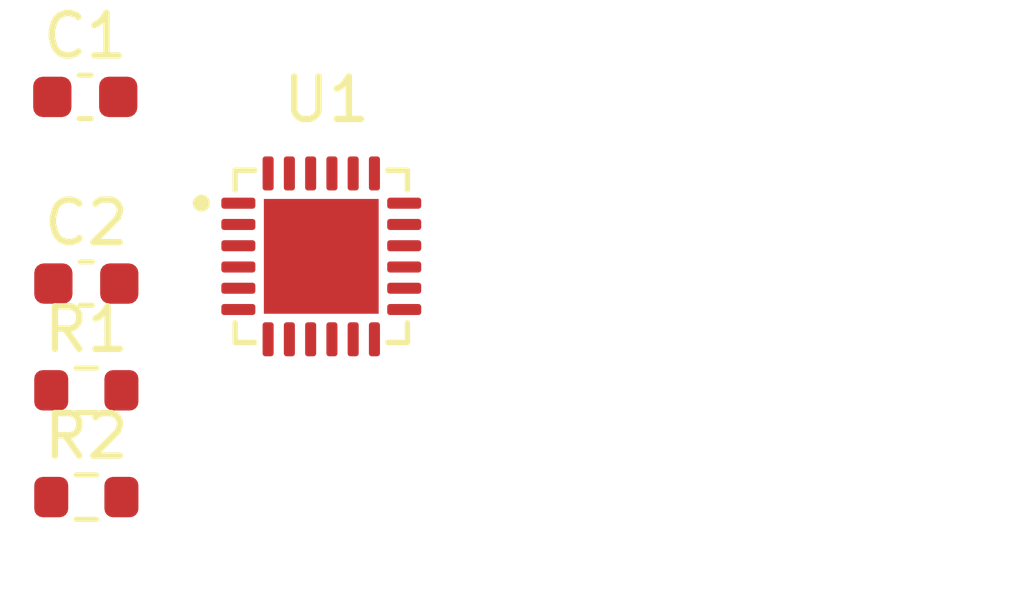
<source format=kicad_pcb>
(kicad_pcb (version 20240108) (generator "pcbnew") (generator_version "8.0")
  (layers (0 "F.Cu" signal) (31 "B.Cu" signal) (34 "B.Paste" user) (35 "F.Paste" user) (36 "B.SilkS" user "B.Silkscreen") (37 "F.SilkS" user "F.Silkscreen") (38 "B.Mask" user) (39 "F.Mask" user) (44 "Edge.Cuts" user))
  (net 0 "")
  (footprint "Capacitor_SMD:C_0603_1608Metric" (layer "F.Cu") (at 39.025 41.39)
    (property "Reference" "C2" (at 0 -1.43 0) (layer "F.SilkS"))
    (property "Value" "10μF")
    (fp_line (start -0.14058 -0.51) (end 0.14058 -0.51) (stroke (width 0.12)) (layer "F.SilkS"))
    (fp_line (start -0.14058 0.51) (end 0.14058 0.51) (stroke (width 0.12)) (layer "F.SilkS"))
    (pad "1" smd roundrect (at -0.775 0) (size 0.9 0.95) (layers "F.Cu" "F.Paste" "F.Mask"))
    (pad "2" smd roundrect (at 0.775 0) (size 0.9 0.95) (layers "F.Cu" "F.Paste" "F.Mask"))
  )
  (footprint "Resistor_SMD:R_0603_1608Metric" (layer "F.Cu") (at 39.025 43.9)
    (property "Reference" "R1" (at 0 -1.43 0) (layer "F.SilkS"))
    (property "Value" "10K")
    (fp_line (start -0.237258 -0.5225) (end 0.237258 -0.5225) (stroke (width 0.12)) (layer "F.SilkS"))
    (fp_line (start -0.237258 0.5225) (end 0.237258 0.5225) (stroke (width 0.12)) (layer "F.SilkS"))
    (pad "1" smd roundrect (at -0.825 0) (size 0.8 0.95) (layers "F.Cu" "F.Paste" "F.Mask"))
    (pad "2" smd roundrect (at 0.825 0) (size 0.8 0.95) (layers "F.Cu" "F.Paste" "F.Mask"))
  )
  (footprint "Resistor_SMD:R_0603_1608Metric" (layer "F.Cu") (at 39.025 46.41)
    (property "Reference" "R2" (at 0 -1.43 0) (layer "F.SilkS"))
    (property "Value" "1K")
    (fp_line (start -0.237258 -0.5225) (end 0.237258 -0.5225) (stroke (width 0.12)) (layer "F.SilkS"))
    (fp_line (start -0.237258 0.5225) (end 0.237258 0.5225) (stroke (width 0.12)) (layer "F.SilkS"))
    (pad "1" smd roundrect (at -0.825 0) (size 0.8 0.95) (layers "F.Cu" "F.Paste" "F.Mask"))
    (pad "2" smd roundrect (at 0.825 0) (size 0.8 0.95) (layers "F.Cu" "F.Paste" "F.Mask"))
  )
  (footprint "Capacitor_SMD:C_0603_1608Metric" (layer "F.Cu") (at 39 37)
    (property "Reference" "C1" (at 0 -1.43 0) (layer "F.SilkS"))
    (property "Value" "1μF")
    (fp_line (start -0.14058 -0.51) (end 0.14058 -0.51) (stroke (width 0.12)) (layer "F.SilkS"))
    (fp_line (start -0.14058 0.51) (end 0.14058 0.51) (stroke (width 0.12)) (layer "F.SilkS"))
    (pad "1" smd roundrect (at -0.775 0) (size 0.9 0.95) (layers "F.Cu" "F.Paste" "F.Mask"))
    (pad "2" smd roundrect (at 0.775 0) (size 0.9 0.95) (layers "F.Cu" "F.Paste" "F.Mask"))
  )
  (footprint "footprints:QFN50P400X400X100-25N" (layer "F.Cu") (at 44.55 40.75)
    (property "Reference" "U1" (at 0.125005 -3.685565 0) (layer "F.SilkS") (effects (font (size 1.00015 1.00015))))
    (property "Value" "STUSB1602AQTR")
    (fp_line (start -2.025 -2.025) (end -1.564 -2.025) (stroke (width 0.127)) (layer "F.SilkS"))
    (fp_line (start -2.025 -1.564) (end -2.025 -2.025) (stroke (width 0.127)) (layer "F.SilkS"))
    (fp_line (start -2.025 1.564) (end -2.025 2.025) (stroke (width 0.127)) (layer "F.SilkS"))
    (fp_line (start -2.025 2.025) (end -1.564 2.025) (stroke (width 0.127)) (layer "F.SilkS"))
    (fp_line (start 2.025 -2.025) (end 1.564 -2.025) (stroke (width 0.127)) (layer "F.SilkS"))
    (fp_line (start 2.025 -1.564) (end 2.025 -2.025) (stroke (width 0.127)) (layer "F.SilkS"))
    (fp_line (start 2.025 1.564) (end 2.025 2.025) (stroke (width 0.127)) (layer "F.SilkS"))
    (fp_line (start 2.025 2.025) (end 1.564 2.025) (stroke (width 0.127)) (layer "F.SilkS"))
    (fp_circle (center -2.82 -1.25) (end -2.72 -1.25) (stroke (width 0.2)) (fill none) (layer "F.SilkS"))
    (pad "1" smd roundrect (at -1.95 -1.25) (size 0.8 0.26) (layers "F.Cu" "F.Paste" "F.Mask"))
    (pad "2" smd roundrect (at -1.95 -0.75) (size 0.8 0.26) (layers "F.Cu" "F.Paste" "F.Mask"))
    (pad "3" smd roundrect (at -1.95 -0.25) (size 0.8 0.26) (layers "F.Cu" "F.Paste" "F.Mask"))
    (pad "4" smd roundrect (at -1.95 0.25) (size 0.8 0.26) (layers "F.Cu" "F.Paste" "F.Mask"))
    (pad "5" smd roundrect (at -1.95 0.75) (size 0.8 0.26) (layers "F.Cu" "F.Paste" "F.Mask"))
    (pad "6" smd roundrect (at -1.95 1.25) (size 0.8 0.26) (layers "F.Cu" "F.Paste" "F.Mask"))
    (pad "7" smd roundrect (at -1.25 1.95) (size 0.26 0.8) (layers "F.Cu" "F.Paste" "F.Mask"))
    (pad "8" smd roundrect (at -0.75 1.95) (size 0.26 0.8) (layers "F.Cu" "F.Paste" "F.Mask"))
    (pad "9" smd roundrect (at -0.25 1.95) (size 0.26 0.8) (layers "F.Cu" "F.Paste" "F.Mask"))
    (pad "10" smd roundrect (at 0.25 1.95) (size 0.26 0.8) (layers "F.Cu" "F.Paste" "F.Mask"))
    (pad "11" smd roundrect (at 0.75 1.95) (size 0.26 0.8) (layers "F.Cu" "F.Paste" "F.Mask"))
    (pad "12" smd roundrect (at 1.25 1.95) (size 0.26 0.8) (layers "F.Cu" "F.Paste" "F.Mask"))
    (pad "13" smd roundrect (at 1.95 1.25) (size 0.8 0.26) (layers "F.Cu" "F.Paste" "F.Mask"))
    (pad "14" smd roundrect (at 1.95 0.75) (size 0.8 0.26) (layers "F.Cu" "F.Paste" "F.Mask"))
    (pad "15" smd roundrect (at 1.95 0.25) (size 0.8 0.26) (layers "F.Cu" "F.Paste" "F.Mask"))
    (pad "16" smd roundrect (at 1.95 -0.25) (size 0.8 0.26) (layers "F.Cu" "F.Paste" "F.Mask"))
    (pad "17" smd roundrect (at 1.95 -0.75) (size 0.8 0.26) (layers "F.Cu" "F.Paste" "F.Mask"))
    (pad "18" smd roundrect (at 1.95 -1.25) (size 0.8 0.26) (layers "F.Cu" "F.Paste" "F.Mask"))
    (pad "19" smd roundrect (at 1.25 -1.95) (size 0.26 0.8) (layers "F.Cu" "F.Paste" "F.Mask"))
    (pad "20" smd roundrect (at 0.75 -1.95) (size 0.26 0.8) (layers "F.Cu" "F.Paste" "F.Mask"))
    (pad "21" smd roundrect (at 0.25 -1.95) (size 0.26 0.8) (layers "F.Cu" "F.Paste" "F.Mask"))
    (pad "22" smd roundrect (at -0.25 -1.95) (size 0.26 0.8) (layers "F.Cu" "F.Paste" "F.Mask"))
    (pad "23" smd roundrect (at -0.75 -1.95) (size 0.26 0.8) (layers "F.Cu" "F.Paste" "F.Mask"))
    (pad "24" smd roundrect (at -1.25 -1.95) (size 0.26 0.8) (layers "F.Cu" "F.Paste" "F.Mask"))
    (pad "25" smd rect (at 0 0) (size 2.7 2.7) (layers "F.Cu" "F.Mask"))
  )
)
</source>
